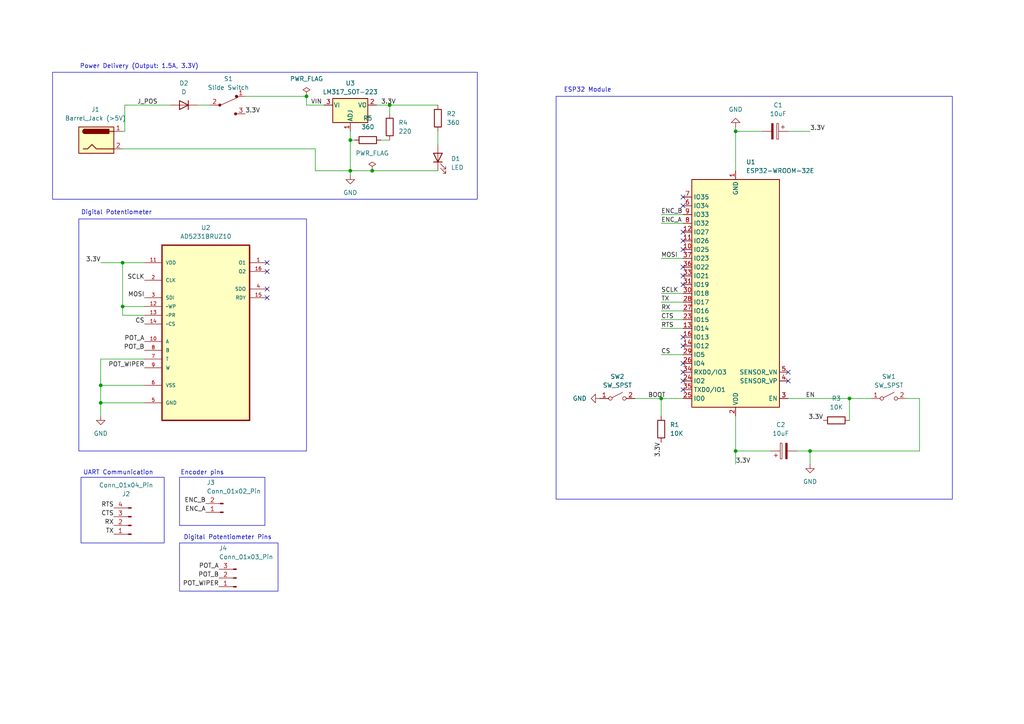
<source format=kicad_sch>
(kicad_sch (version 20231120) (generator "eeschema") (generator_version "8.0")
  (paper "A4")
  (title_block (title "${project_name}") (date "2024-09-23") (rev "1"))
  (lib_symbols
    (symbol "AD5231BRUZ10:AD5231BRUZ10" (pin_names (offset 1.016))
      (property "Reference" "U" (at -4.9022 25.019 0))
      (property "Value" "AD5231BRUZ10" (at -4.9784 -31.0134 0))
      (symbol "AD5231BRUZ10_0_0"
        (rectangle (start -12.7 -27.94) (end 12.7 22.86) (stroke (width 0.4064)) (fill (type background)))
        (pin output line (at 17.78 17.78 180) (length 5.08) (name "O1") (number "1"))
        (pin passive line (at -17.78 -5.08 0) (length 5.08) (name "A") (number "10"))
        (pin power_in line (at -17.78 17.78 0) (length 5.08) (name "VDD") (number "11"))
        (pin input line (at -17.78 5.08 0) (length 5.08) (name "~WP") (number "12"))
        (pin input line (at -17.78 2.54 0) (length 5.08) (name "~PR") (number "13"))
        (pin input line (at -17.78 0 0) (length 5.08) (name "~CS") (number "14"))
        (pin output line (at 17.78 7.62 180) (length 5.08) (name "RDY") (number "15"))
        (pin output line (at 17.78 15.24 180) (length 5.08) (name "O2") (number "16"))
        (pin input line (at -17.78 12.7 0) (length 5.08) (name "CLK") (number "2"))
        (pin input line (at -17.78 7.62 0) (length 5.08) (name "SDI") (number "3"))
        (pin output line (at 17.78 10.16 180) (length 5.08) (name "SDO") (number "4"))
        (pin passive line (at -17.78 -22.86 0) (length 5.08) (name "GND") (number "5"))
        (pin power_in line (at -17.78 -17.78 0) (length 5.08) (name "VSS") (number "6"))
        (pin passive line (at -17.78 -10.16 0) (length 5.08) (name "T") (number "7"))
        (pin passive line (at -17.78 -7.62 0) (length 5.08) (name "B") (number "8"))
        (pin passive line (at -17.78 -12.7 0) (length 5.08) (name "W") (number "9"))
      )
    )
    (symbol "Connector:Barrel_Jack" (pin_names (offset 1.016))
      (property "Reference" "J" (at 0 5.334 0))
      (property "Value" "Barrel_Jack" (at 0 -5.08 0))
      (symbol "Barrel_Jack_0_1"
        (rectangle (start -5.08 3.81) (end 5.08 -3.81) (stroke (width 0.254)) (fill (type background)))
        (arc (start -3.302 3.175) (mid -3.9343 2.54) (end -3.302 1.905) (stroke (width 0.254)))
        (arc (start -3.302 3.175) (mid -3.9343 2.54) (end -3.302 1.905) (stroke (width 0.254)) (fill (type outline)))
        (polyline (pts (xy 5.08 2.54) (xy 3.81 2.54)) (stroke (width 0.254)))
        (polyline (pts (xy -3.81 -2.54) (xy -2.54 -2.54) (xy -1.27 -1.27) (xy 0 -2.54) (xy 2.54 -2.54) (xy 5.08 -2.54)) (stroke (width 0.254)))
        (rectangle (start 3.683 3.175) (end -3.302 1.905) (stroke (width 0.254)) (fill (type outline)))
      )
      (symbol "Barrel_Jack_1_1"
        (pin passive line (at 7.62 2.54 180) (length 2.54) (name "~") (number "1"))
        (pin passive line (at 7.62 -2.54 180) (length 2.54) (name "~") (number "2"))
      )
    )
    (symbol "Connector:Conn_01x02_Pin" (pin_names (offset 1.016) hide)
      (property "Reference" "J" (at 0 2.54 0))
      (property "Value" "Conn_01x02_Pin" (at 0 -5.08 0))
      (symbol "Conn_01x02_Pin_1_1"
        (polyline (pts (xy 1.27 -2.54) (xy 0.8636 -2.54)) (stroke (width 0.1524)))
        (polyline (pts (xy 1.27 0) (xy 0.8636 0)) (stroke (width 0.1524)))
        (rectangle (start 0.8636 -2.413) (end 0 -2.667) (stroke (width 0.1524)) (fill (type outline)))
        (rectangle (start 0.8636 0.127) (end 0 -0.127) (stroke (width 0.1524)) (fill (type outline)))
        (pin passive line (at 5.08 0 180) (length 3.81) (name "Pin_1") (number "1"))
        (pin passive line (at 5.08 -2.54 180) (length 3.81) (name "Pin_2") (number "2"))
      )
    )
    (symbol "Connector:Conn_01x03_Pin" (pin_names (offset 1.016) hide)
      (property "Reference" "J" (at 0 5.08 0))
      (property "Value" "Conn_01x03_Pin" (at 0 -5.08 0))
      (symbol "Conn_01x03_Pin_1_1"
        (polyline (pts (xy 1.27 -2.54) (xy 0.8636 -2.54)) (stroke (width 0.1524)))
        (polyline (pts (xy 1.27 0) (xy 0.8636 0)) (stroke (width 0.1524)))
        (polyline (pts (xy 1.27 2.54) (xy 0.8636 2.54)) (stroke (width 0.1524)))
        (rectangle (start 0.8636 -2.413) (end 0 -2.667) (stroke (width 0.1524)) (fill (type outline)))
        (rectangle (start 0.8636 0.127) (end 0 -0.127) (stroke (width 0.1524)) (fill (type outline)))
        (rectangle (start 0.8636 2.667) (end 0 2.413) (stroke (width 0.1524)) (fill (type outline)))
        (pin passive line (at 5.08 2.54 180) (length 3.81) (name "Pin_1") (number "1"))
        (pin passive line (at 5.08 0 180) (length 3.81) (name "Pin_2") (number "2"))
        (pin passive line (at 5.08 -2.54 180) (length 3.81) (name "Pin_3") (number "3"))
      )
    )
    (symbol "Connector:Conn_01x04_Pin" (pin_names (offset 1.016) hide)
      (property "Reference" "J" (at 0 5.08 0))
      (property "Value" "Conn_01x04_Pin" (at 0 -7.62 0))
      (symbol "Conn_01x04_Pin_1_1"
        (polyline (pts (xy 1.27 -5.08) (xy 0.8636 -5.08)) (stroke (width 0.1524)))
        (polyline (pts (xy 1.27 -2.54) (xy 0.8636 -2.54)) (stroke (width 0.1524)))
        (polyline (pts (xy 1.27 0) (xy 0.8636 0)) (stroke (width 0.1524)))
        (polyline (pts (xy 1.27 2.54) (xy 0.8636 2.54)) (stroke (width 0.1524)))
        (rectangle (start 0.8636 -4.953) (end 0 -5.207) (stroke (width 0.1524)) (fill (type outline)))
        (rectangle (start 0.8636 -2.413) (end 0 -2.667) (stroke (width 0.1524)) (fill (type outline)))
        (rectangle (start 0.8636 0.127) (end 0 -0.127) (stroke (width 0.1524)) (fill (type outline)))
        (rectangle (start 0.8636 2.667) (end 0 2.413) (stroke (width 0.1524)) (fill (type outline)))
        (pin passive line (at 5.08 2.54 180) (length 3.81) (name "Pin_1") (number "1"))
        (pin passive line (at 5.08 0 180) (length 3.81) (name "Pin_2") (number "2"))
        (pin passive line (at 5.08 -2.54 180) (length 3.81) (name "Pin_3") (number "3"))
        (pin passive line (at 5.08 -5.08 180) (length 3.81) (name "Pin_4") (number "4"))
      )
    )
    (symbol "Device:C_Polarized" (pin_numbers hide) (pin_names (offset 0.254))
      (property "Reference" "C" (at 0.635 2.54 0))
      (property "Value" "C_Polarized" (at 0.635 -2.54 0))
      (symbol "C_Polarized_0_1"
        (rectangle (start -2.286 0.508) (end 2.286 1.016))
        (polyline (pts (xy -1.778 2.286) (xy -0.762 2.286)))
        (polyline (pts (xy -1.27 2.794) (xy -1.27 1.778)))
        (rectangle (start 2.286 -0.508) (end -2.286 -1.016) (fill (type outline)))
      )
      (symbol "C_Polarized_1_1"
        (pin passive line (at 0 3.81 270) (length 2.794) (name "~") (number "1"))
        (pin passive line (at 0 -3.81 90) (length 2.794) (name "~") (number "2"))
      )
    )
    (symbol "Device:D" (pin_numbers hide) (pin_names (offset 1.016) hide)
      (property "Reference" "D" (at 0 2.54 0))
      (property "Value" "D" (at 0 -2.54 0))
      (symbol "D_0_1"
        (polyline (pts (xy -1.27 1.27) (xy -1.27 -1.27)) (stroke (width 0.254)))
        (polyline (pts (xy 1.27 0) (xy -1.27 0)))
        (polyline (pts (xy 1.27 1.27) (xy 1.27 -1.27) (xy -1.27 0) (xy 1.27 1.27)) (stroke (width 0.254)))
      )
      (symbol "D_1_1"
        (pin passive line (at -3.81 0 0) (length 2.54) (name "K") (number "1"))
        (pin passive line (at 3.81 0 180) (length 2.54) (name "A") (number "2"))
      )
    )
    (symbol "Device:LED" (pin_numbers hide) (pin_names (offset 1.016) hide)
      (property "Reference" "D" (at 0 2.54 0))
      (property "Value" "LED" (at 0 -2.54 0))
      (symbol "LED_0_1"
        (polyline (pts (xy -1.27 -1.27) (xy -1.27 1.27)) (stroke (width 0.254)))
        (polyline (pts (xy -1.27 0) (xy 1.27 0)))
        (polyline (pts (xy 1.27 -1.27) (xy 1.27 1.27) (xy -1.27 0) (xy 1.27 -1.27)) (stroke (width 0.254)))
        (polyline (pts (xy -3.048 -0.762) (xy -4.572 -2.286) (xy -3.81 -2.286) (xy -4.572 -2.286) (xy -4.572 -1.524)))
        (polyline (pts (xy -1.778 -0.762) (xy -3.302 -2.286) (xy -2.54 -2.286) (xy -3.302 -2.286) (xy -3.302 -1.524)))
      )
      (symbol "LED_1_1"
        (pin passive line (at -3.81 0 0) (length 2.54) (name "K") (number "1"))
        (pin passive line (at 3.81 0 180) (length 2.54) (name "A") (number "2"))
      )
    )
    (symbol "Device:R" (pin_numbers hide) (pin_names (offset 0))
      (property "Reference" "R" (at 2.032 0 90))
      (property "Value" "R" (at 0 0 90))
      (symbol "R_0_1"
        (rectangle (start -1.016 -2.54) (end 1.016 2.54) (stroke (width 0.254)))
      )
      (symbol "R_1_1"
        (pin passive line (at 0 3.81 270) (length 1.27) (name "~") (number "1"))
        (pin passive line (at 0 -3.81 90) (length 1.27) (name "~") (number "2"))
      )
    )
    (symbol "RF_Module:ESP32-WROOM-32E"
      (property "Reference" "U" (at -12.7 34.29 0))
      (property "Value" "ESP32-WROOM-32E" (at 1.27 34.29 0))
      (symbol "ESP32-WROOM-32E_0_1"
        (rectangle (start -12.7 33.02) (end 12.7 -33.02) (stroke (width 0.254)) (fill (type background)))
      )
      (symbol "ESP32-WROOM-32E_1_1"
        (pin power_in line (at 0 -35.56 90) (length 2.54) (name "GND") (number "1"))
        (pin bidirectional line (at 15.24 -12.7 180) (length 2.54) (name "IO25") (number "10"))
        (pin bidirectional line (at 15.24 -15.24 180) (length 2.54) (name "IO26") (number "11"))
        (pin bidirectional line (at 15.24 -17.78 180) (length 2.54) (name "IO27") (number "12"))
        (pin bidirectional line (at 15.24 10.16 180) (length 2.54) (name "IO14") (number "13"))
        (pin bidirectional line (at 15.24 15.24 180) (length 2.54) (name "IO12") (number "14"))
        (pin passive line (at 0 -35.56 90) (length 2.54) hide (name "GND") (number "15"))
        (pin bidirectional line (at 15.24 12.7 180) (length 2.54) (name "IO13") (number "16"))
        (pin no_connect line (at -12.7 -5.08 0) (length 2.54) hide (name "NC") (number "17"))
        (pin no_connect line (at -12.7 -7.62 0) (length 2.54) hide (name "NC") (number "18"))
        (pin no_connect line (at -12.7 -12.7 0) (length 2.54) hide (name "NC") (number "19"))
        (pin power_in line (at 0 35.56 270) (length 2.54) (name "VDD") (number "2"))
        (pin no_connect line (at -12.7 -10.16 0) (length 2.54) hide (name "NC") (number "20"))
        (pin no_connect line (at -12.7 0 0) (length 2.54) hide (name "NC") (number "21"))
        (pin no_connect line (at -12.7 -2.54 0) (length 2.54) hide (name "NC") (number "22"))
        (pin bidirectional line (at 15.24 7.62 180) (length 2.54) (name "IO15") (number "23"))
        (pin bidirectional line (at 15.24 25.4 180) (length 2.54) (name "IO2") (number "24"))
        (pin bidirectional line (at 15.24 30.48 180) (length 2.54) (name "IO0") (number "25"))
        (pin bidirectional line (at 15.24 20.32 180) (length 2.54) (name "IO4") (number "26"))
        (pin bidirectional line (at 15.24 5.08 180) (length 2.54) (name "IO16") (number "27"))
        (pin bidirectional line (at 15.24 2.54 180) (length 2.54) (name "IO17") (number "28"))
        (pin bidirectional line (at 15.24 17.78 180) (length 2.54) (name "IO5") (number "29"))
        (pin input line (at -15.24 30.48 0) (length 2.54) (name "EN") (number "3"))
        (pin bidirectional line (at 15.24 0 180) (length 2.54) (name "IO18") (number "30"))
        (pin bidirectional line (at 15.24 -2.54 180) (length 2.54) (name "IO19") (number "31"))
        (pin no_connect line (at -12.7 -27.94 0) (length 2.54) hide (name "NC") (number "32"))
        (pin bidirectional line (at 15.24 -5.08 180) (length 2.54) (name "IO21") (number "33"))
        (pin bidirectional line (at 15.24 22.86 180) (length 2.54) (name "RXD0/IO3") (number "34"))
        (pin bidirectional line (at 15.24 27.94 180) (length 2.54) (name "TXD0/IO1") (number "35"))
        (pin bidirectional line (at 15.24 -7.62 180) (length 2.54) (name "IO22") (number "36"))
        (pin bidirectional line (at 15.24 -10.16 180) (length 2.54) (name "IO23") (number "37"))
        (pin passive line (at 0 -35.56 90) (length 2.54) hide (name "GND") (number "38"))
        (pin passive line (at 0 -35.56 90) (length 2.54) hide (name "GND") (number "39"))
        (pin input line (at -15.24 25.4 0) (length 2.54) (name "SENSOR_VP") (number "4"))
        (pin input line (at -15.24 22.86 0) (length 2.54) (name "SENSOR_VN") (number "5"))
        (pin input line (at 15.24 -25.4 180) (length 2.54) (name "IO34") (number "6"))
        (pin input line (at 15.24 -27.94 180) (length 2.54) (name "IO35") (number "7"))
        (pin bidirectional line (at 15.24 -20.32 180) (length 2.54) (name "IO32") (number "8"))
        (pin bidirectional line (at 15.24 -22.86 180) (length 2.54) (name "IO33") (number "9"))
      )
    )
    (symbol "Regulator_Linear:LM317_SOT-223" (pin_names (offset 0.254))
      (property "Reference" "U" (at -3.81 3.175 0))
      (property "Value" "LM317_SOT-223" (at 0 3.175 0))
      (symbol "LM317_SOT-223_0_1"
        (rectangle (start -5.08 1.905) (end 5.08 -5.08) (stroke (width 0.254)) (fill (type background)))
      )
      (symbol "LM317_SOT-223_1_1"
        (pin input line (at 0 -7.62 90) (length 2.54) (name "ADJ") (number "1"))
        (pin power_out line (at 7.62 0 180) (length 2.54) (name "VO") (number "2"))
        (pin power_in line (at -7.62 0 0) (length 2.54) (name "VI") (number "3"))
      )
    )
    (symbol "Switch:SW_SPST" (pin_names (offset 0) hide)
      (property "Reference" "SW" (at 0 3.175 0))
      (property "Value" "SW_SPST" (at 0 -2.54 0))
      (symbol "SW_SPST_0_0"
        (circle (center -2.032 0) (radius 0.508))
        (polyline (pts (xy -1.524 0.254) (xy 1.524 1.778)))
        (circle (center 2.032 0) (radius 0.508))
      )
      (symbol "SW_SPST_1_1"
        (pin passive line (at -5.08 0 0) (length 2.54) (name "A") (number "1"))
        (pin passive line (at 5.08 0 180) (length 2.54) (name "B") (number "2"))
      )
    )
    (symbol "dk_Slide-Switches:EG1218" (pin_names (offset 0))
      (property "Reference" "S" (at -3.81 2.286 0))
      (property "Value" "EG1218" (at 0 -5.334 0))
      (symbol "EG1218_0_1"
        (circle (center -2.286 0) (radius 0.3556) (fill (type outline)))
        (polyline (pts (xy -2.032 0) (xy 3.048 2.286)))
        (circle (center 2.286 -2.54) (radius 0.3556) (fill (type outline)))
        (circle (center 2.54 2.54) (radius 0.3556) (fill (type outline)))
      )
      (symbol "EG1218_1_1"
        (pin passive line (at 5.08 2.54 180) (length 2.54) (name "~") (number "1"))
        (pin passive line (at -5.08 0 0) (length 2.54) (name "~") (number "2"))
        (pin passive line (at 5.08 -2.54 180) (length 2.54) (name "~") (number "3"))
      )
    )
    (symbol "power:GND" (power) (pin_numbers hide) (pin_names (offset 0) hide)
      (property "Value" "GND" (at 0 -3.81 0))
      (symbol "GND_0_1"
        (polyline (pts (xy 0 0) (xy 0 -1.27) (xy 1.27 -1.27) (xy 0 -2.54) (xy -1.27 -1.27) (xy 0 -1.27)))
      )
      (symbol "GND_1_1"
        (pin power_in line (at 0 0 270) (length 0) (name "~") (number "1"))
      )
    )
    (symbol "power:PWR_FLAG" (power) (pin_numbers hide) (pin_names (offset 0) hide)
      (property "Value" "PWR_FLAG" (at 0 3.81 0))
      (symbol "PWR_FLAG_0_0"
        (pin power_out line (at 0 0 90) (length 0) (name "~") (number "1"))
      )
      (symbol "PWR_FLAG_0_1"
        (polyline (pts (xy 0 0) (xy 0 1.27) (xy -1.016 1.905) (xy 0 2.54) (xy 1.016 1.905) (xy 0 1.27)))
      )
    )
  )
  (junction (at 101.6 40.64))
  (junction (at 234.95 130.81))
  (junction (at 213.36 130.81))
  (junction (at 191.77 115.57))
  (junction (at 35.56 88.9))
  (junction (at 213.36 38.1))
  (junction (at 29.21 111.76))
  (junction (at 88.9 27.94))
  (junction (at 113.03 30.48))
  (junction (at 246.38 115.57))
  (junction (at 35.56 76.2))
  (junction (at 107.95 49.53))
  (junction (at 101.6 49.53))
  (junction (at 29.21 116.84))
  (no_connect (at 198.12 67.31))
  (no_connect (at 198.12 100.33))
  (no_connect (at 198.12 113.03))
  (no_connect (at 198.12 57.15))
  (no_connect (at 198.12 110.49))
  (no_connect (at 198.12 80.01))
  (no_connect (at 77.47 78.74))
  (no_connect (at 77.47 83.82))
  (no_connect (at 198.12 107.95))
  (no_connect (at 198.12 105.41))
  (no_connect (at 198.12 97.79))
  (no_connect (at 228.6 107.95))
  (no_connect (at 77.47 76.2))
  (no_connect (at 198.12 72.39))
  (no_connect (at 228.6 110.49))
  (no_connect (at 198.12 82.55))
  (no_connect (at 77.47 86.36))
  (no_connect (at 198.12 69.85))
  (no_connect (at 198.12 59.69))
  (no_connect (at 198.12 77.47))
  (wire (pts (xy 91.44 43.18) (xy 91.44 49.53)))
  (wire (pts (xy 198.12 115.57) (xy 191.77 115.57)))
  (wire (pts (xy 228.6 38.1) (xy 234.95 38.1)))
  (wire (pts (xy 191.77 85.09) (xy 198.12 85.09)))
  (wire (pts (xy 246.38 115.57) (xy 246.38 121.92)))
  (wire (pts (xy 71.12 27.94) (xy 88.9 27.94)))
  (wire (pts (xy 191.77 95.25) (xy 198.12 95.25)))
  (wire (pts (xy 266.7 130.81) (xy 234.95 130.81)))
  (wire (pts (xy 184.15 115.57) (xy 191.77 115.57)))
  (wire (pts (xy 113.03 30.48) (xy 127 30.48)))
  (wire (pts (xy 109.22 30.48) (xy 113.03 30.48)))
  (wire (pts (xy 191.77 87.63) (xy 198.12 87.63)))
  (wire (pts (xy 35.56 38.1) (xy 36.195 38.1)))
  (wire (pts (xy 29.21 111.76) (xy 41.91 111.76)))
  (wire (pts (xy 91.44 49.53) (xy 101.6 49.53)))
  (wire (pts (xy 57.15 30.48) (xy 60.96 30.48)))
  (wire (pts (xy 266.7 115.57) (xy 266.7 130.81)))
  (wire (pts (xy 101.6 50.8) (xy 101.6 49.53)))
  (wire (pts (xy 35.56 91.44) (xy 35.56 88.9)))
  (wire (pts (xy 213.36 130.81) (xy 213.36 134.62)))
  (wire (pts (xy 101.6 38.1) (xy 101.6 40.64)))
  (wire (pts (xy 191.77 64.77) (xy 198.12 64.77)))
  (wire (pts (xy 113.03 33.02) (xy 113.03 30.48)))
  (wire (pts (xy 29.21 116.84) (xy 41.91 116.84)))
  (wire (pts (xy 41.91 88.9) (xy 35.56 88.9)))
  (wire (pts (xy 36.195 38.1) (xy 36.195 30.48)))
  (wire (pts (xy 41.91 104.14) (xy 29.21 104.14)))
  (wire (pts (xy 101.6 49.53) (xy 107.95 49.53)))
  (wire (pts (xy 213.36 38.1) (xy 220.98 38.1)))
  (wire (pts (xy 36.195 30.48) (xy 49.53 30.48)))
  (wire (pts (xy 213.36 38.1) (xy 213.36 49.53)))
  (wire (pts (xy 191.77 115.57) (xy 191.77 120.65)))
  (wire (pts (xy 213.36 120.65) (xy 213.36 130.81)))
  (wire (pts (xy 107.95 49.53) (xy 127 49.53)))
  (wire (pts (xy 101.6 40.64) (xy 101.6 49.53)))
  (wire (pts (xy 35.56 88.9) (xy 35.56 76.2)))
  (wire (pts (xy 35.56 43.18) (xy 91.44 43.18)))
  (wire (pts (xy 41.91 91.44) (xy 35.56 91.44)))
  (wire (pts (xy 88.9 30.48) (xy 93.98 30.48)))
  (wire (pts (xy 88.9 27.94) (xy 88.9 30.48)))
  (wire (pts (xy 262.89 115.57) (xy 266.7 115.57)))
  (wire (pts (xy 246.38 115.57) (xy 252.73 115.57)))
  (wire (pts (xy 29.21 104.14) (xy 29.21 111.76)))
  (wire (pts (xy 29.21 76.2) (xy 35.56 76.2)))
  (wire (pts (xy 213.36 36.83) (xy 213.36 38.1)))
  (wire (pts (xy 191.77 90.17) (xy 198.12 90.17)))
  (wire (pts (xy 228.6 115.57) (xy 246.38 115.57)))
  (wire (pts (xy 110.49 40.64) (xy 113.03 40.64)))
  (wire (pts (xy 191.77 92.71) (xy 198.12 92.71)))
  (wire (pts (xy 191.77 62.23) (xy 198.12 62.23)))
  (wire (pts (xy 191.77 102.87) (xy 198.12 102.87)))
  (wire (pts (xy 127 41.91) (xy 127 38.1)))
  (wire (pts (xy 29.21 116.84) (xy 29.21 120.65)))
  (wire (pts (xy 101.6 40.64) (xy 102.87 40.64)))
  (wire (pts (xy 231.14 130.81) (xy 234.95 130.81)))
  (wire (pts (xy 213.36 130.81) (xy 223.52 130.81)))
  (wire (pts (xy 35.56 76.2) (xy 41.91 76.2)))
  (wire (pts (xy 234.95 130.81) (xy 234.95 134.62)))
  (wire (pts (xy 29.21 111.76) (xy 29.21 116.84)))
  (wire (pts (xy 191.77 74.93) (xy 198.12 74.93)))
  (rectangle (start 52.07 157.48) (end 80.645 171.45))
  (rectangle (start 23.495 138.43) (end 47.625 157.48))
  (rectangle (start 161.29 27.94) (end 276.225 144.78))
  (rectangle (start 15.24 20.955) (end 138.43 57.785))
  (rectangle (start 52.07 138.43) (end 76.835 152.4))
  (rectangle (start 22.86 63.5) (end 88.9 130.81))
  (text "ESP32 Module" (at 170.434 26.162 0) (effects (font (size 1.27 1.27))))
  (text "Digital Potentiometer" (at 33.782 61.722 0) (effects (font (size 1.27 1.27))))
  (text "Power Delivery (Output: 1.5A, 3.3V)" (at 40.386 19.304 0) (effects (font (size 1.27 1.27))))
  (text "UART Communication" (at 34.29 137.16 0) (effects (font (size 1.27 1.27))))
  (text "Encoder pins" (at 58.674 137.16 0) (effects (font (size 1.27 1.27))))
  (text "Digital Potentiometer Pins" (at 66.04 155.956 0) (effects (font (size 1.27 1.27))))
  (label "RTS" (at 191.77 95.25 0))
  (label "J_POS" (at 45.72 30.48 180))
  (label "RTS" (at 33.02 147.32 180))
  (label "EN" (at 233.68 115.57 0))
  (label "ENC_B" (at 191.77 62.23 0))
  (label "CTS" (at 191.77 92.71 0))
  (label "TX" (at 33.02 154.94 180))
  (label "3.3V" (at 234.95 38.1 0))
  (label "3.3V" (at 71.12 33.02 0))
  (label "POT_WIPER" (at 41.91 106.68 180))
  (label "VIN" (at 90.17 30.48 0))
  (label "RX" (at 191.77 90.17 0))
  (label "3.3V" (at 110.49 30.48 0))
  (label "POT_WIPER" (at 63.5 170.18 180))
  (label "POT_B" (at 41.91 101.6 180))
  (label "POT_A" (at 41.91 99.06 180))
  (label "ENC_A" (at 191.77 64.77 0))
  (label "ENC_B" (at 59.69 146.05 180))
  (label "POT_A" (at 63.5 165.1 180))
  (label "MOSI" (at 191.77 74.93 0))
  (label "SCLK" (at 41.91 81.28 180))
  (label "ENC_A" (at 59.69 148.59 180))
  (label "TX" (at 191.77 87.63 0))
  (label "SCLK" (at 191.77 85.09 0))
  (label "CS" (at 41.91 93.98 180))
  (label "3.3V" (at 238.76 121.92 180))
  (label "CTS" (at 33.02 149.86 180))
  (label "3.3V" (at 213.36 134.62 0))
  (label "RX" (at 33.02 152.4 180))
  (label "MOSI" (at 41.91 86.36 180))
  (label "3.3V" (at 191.77 128.27 270))
  (label "POT_B" (at 63.5 167.64 180))
  (label "CS" (at 191.77 102.87 0))
  (label "BOOT" (at 187.96 115.57 0))
  (label "3.3V" (at 29.21 76.2 180))
  (symbol (lib_id "power:GND") (at 173.99 115.57 270) (unit 1)
    (property "Reference" "#PWR03" (effects (hide yes)))
    (property "Value" "GND" (at 170.18 115.5699 90) (effects (justify right)))
    (property "Description" "Power symbol creates a global label with name \"GND\" , ground" (effects (hide yes)))
  )
  (symbol (lib_id "RF_Module:ESP32-WROOM-32E") (at 213.36 85.09 180) (unit 1)
    (property "Reference" "U1" (at 216.3765 46.99 0) (effects (justify right)))
    (property "Value" "ESP32-WROOM-32E" (at 216.3765 49.53 0) (effects (justify right)))
    (property "Footprint" "RF_Module:ESP32-WROOM-32D" (effects (hide yes)))
    (property "Datasheet" "https://www.espressif.com/sites/default/files/documentation/esp32-wroom-32e_esp32-wroom-32ue_datasheet_en.pdf" (effects (hide yes)))
    (property "Description" "RF Module, ESP32-D0WD-V3 SoC, without PSRAM, Wi-Fi 802.11b/g/n, Bluetooth, BLE, 32-bit, 2.7-3.6V, onboard antenna, SMD" (effects (hide yes)))
  )
  (symbol (lib_id "Device:R") (at 113.03 36.83 0) (unit 1)
    (property "Reference" "R4" (at 115.57 35.5599 0) (effects (justify left)))
    (property "Value" "220" (at 115.57 38.0999 0) (effects (justify left)))
    (property "Footprint" "Resistor_SMD:R_0805_2012Metric_Pad1.20x1.40mm_HandSolder" (effects (hide yes)))
    (property "Description" "Resistor" (effects (hide yes)))
  )
  (symbol (lib_id "dk_Slide-Switches:EG1218") (at 66.04 30.48 0) (unit 1)
    (property "Reference" "S1" (at 66.2432 22.86 0))
    (property "Value" "Slide Switch" (at 66.2432 25.4 0))
    (property "Footprint" "digikey-footprints:Switch_Slide_11.6x4mm_EG1218" (effects (hide yes)))
    (property "Datasheet" "http://spec_sheets.e-switch.com/specs/P040040.pdf" (effects (hide yes)))
    (property "Description" "SWITCH SLIDE SPDT 200MA 30V" (effects (hide yes)))
    (property "Digi-Key_PN" "EG1903-ND" (effects (hide yes)))
    (property "MPN" "EG1218" (effects (hide yes)))
    (property "Category" "Switches" (effects (hide yes)))
    (property "Family" "Slide Switches" (effects (hide yes)))
    (property "DK_Datasheet_Link" "http://spec_sheets.e-switch.com/specs/P040040.pdf" (effects (hide yes)))
    (property "DK_Detail_Page" "/product-detail/en/e-switch/EG1218/EG1903-ND/101726" (effects (hide yes)))
    (property "Description_1" "SWITCH SLIDE SPDT 200MA 30V" (effects (hide yes)))
    (property "Manufacturer" "E-Switch" (effects (hide yes)))
    (property "Status" "Active" (effects (hide yes)))
  )
  (symbol (lib_id "power:GND") (at 213.36 36.83 180) (unit 1)
    (property "Reference" "#PWR02" (effects (hide yes)))
    (property "Value" "GND" (at 213.36 31.75 0))
    (property "Description" "Power symbol creates a global label with name \"GND\" , ground" (effects (hide yes)))
  )
  (symbol (lib_id "Switch:SW_SPST") (at 257.81 115.57 0) (unit 1)
    (property "Reference" "SW1" (at 257.81 109.22 0))
    (property "Value" "SW_SPST" (at 257.81 111.76 0))
    (property "Footprint" "Button_Switch_SMD:SW_SPST_PTS645" (effects (hide yes)))
    (property "Description" "Single Pole Single Throw (SPST) switch" (effects (hide yes)))
  )
  (symbol (lib_id "Switch:SW_SPST") (at 179.07 115.57 0) (unit 1)
    (property "Reference" "SW2" (at 179.07 109.22 0))
    (property "Value" "SW_SPST" (at 179.07 111.76 0))
    (property "Footprint" "Button_Switch_SMD:SW_SPST_PTS645" (effects (hide yes)))
    (property "Description" "Single Pole Single Throw (SPST) switch" (effects (hide yes)))
  )
  (symbol (lib_id "Device:R") (at 242.57 121.92 90) (unit 1)
    (property "Reference" "R3" (at 242.57 115.57 90))
    (property "Value" "10K" (at 242.57 118.11 90))
    (property "Footprint" "Resistor_SMD:R_0805_2012Metric_Pad1.20x1.40mm_HandSolder" (effects (hide yes)))
    (property "Description" "Resistor" (effects (hide yes)))
  )
  (symbol (lib_id "Device:R") (at 127 34.29 0) (unit 1)
    (property "Reference" "R2" (at 129.54 33.0199 0) (effects (justify left)))
    (property "Value" "360" (at 129.54 35.5599 0) (effects (justify left)))
    (property "Footprint" "Resistor_SMD:R_0805_2012Metric_Pad1.20x1.40mm_HandSolder" (effects (hide yes)))
    (property "Description" "Resistor" (effects (hide yes)))
  )
  (symbol (lib_id "Connector:Conn_01x02_Pin") (at 64.77 148.59 180) (unit 1)
    (property "Reference" "J3" (at 59.944 139.954 0) (effects (justify right)))
    (property "Value" "Conn_01x02_Pin" (at 59.944 142.494 0) (effects (justify right)))
    (property "Footprint" "Connector_PinHeader_2.54mm:PinHeader_1x02_P2.54mm_Vertical" (effects (hide yes)))
    (property "Description" "Generic connector, single row, 01x02, script generated" (effects (hide yes)))
  )
  (symbol (lib_id "Device:R") (at 191.77 124.46 0) (unit 1)
    (property "Reference" "R1" (at 194.31 123.1899 0) (effects (justify left)))
    (property "Value" "10K" (at 194.31 125.7299 0) (effects (justify left)))
    (property "Footprint" "Resistor_SMD:R_0805_2012Metric_Pad1.20x1.40mm_HandSolder" (effects (hide yes)))
    (property "Description" "Resistor" (effects (hide yes)))
  )
  (symbol (lib_id "power:GND") (at 234.95 134.62 0) (unit 1)
    (property "Reference" "#PWR04" (effects (hide yes)))
    (property "Value" "GND" (at 234.95 139.7 0))
    (property "Description" "Power symbol creates a global label with name \"GND\" , ground" (effects (hide yes)))
  )
  (symbol (lib_id "power:PWR_FLAG") (at 88.9 27.94 0) (unit 1)
    (property "Reference" "#FLG02" (effects (hide yes)))
    (property "Value" "PWR_FLAG" (at 88.9 22.86 0))
    (property "Description" "Special symbol for telling ERC where power comes from" (effects (hide yes)))
  )
  (symbol (lib_id "Regulator_Linear:LM317_SOT-223") (at 101.6 30.48 0) (unit 1)
    (property "Reference" "U3" (at 101.6 24.13 0))
    (property "Value" "LM317_SOT-223" (at 101.6 26.67 0))
    (property "Footprint" "Package_TO_SOT_SMD:SOT-223-3_TabPin2" (effects (hide yes)))
    (property "Datasheet" "http://www.ti.com/lit/ds/symlink/lm317.pdf" (effects (hide yes)))
    (property "Description" "1.5A 35V Adjustable Linear Regulator, SOT-223" (effects (hide yes)))
  )
  (symbol (lib_id "Device:R") (at 106.68 40.64 90) (unit 1)
    (property "Reference" "R5" (at 106.68 34.29 90))
    (property "Value" "360" (at 106.68 36.83 90))
    (property "Footprint" "Resistor_SMD:R_0805_2012Metric_Pad1.20x1.40mm_HandSolder" (effects (hide yes)))
    (property "Description" "Resistor" (effects (hide yes)))
  )
  (symbol (lib_id "power:PWR_FLAG") (at 107.95 49.53 0) (unit 1)
    (property "Reference" "#FLG01" (effects (hide yes)))
    (property "Value" "PWR_FLAG" (at 107.95 44.45 0))
    (property "Description" "Special symbol for telling ERC where power comes from" (effects (hide yes)))
  )
  (symbol (lib_id "Device:C_Polarized") (at 227.33 130.81 90) (unit 1)
    (property "Reference" "C2" (at 226.441 123.19 90))
    (property "Value" "10uF" (at 226.441 125.73 90))
    (property "Footprint" "Capacitor_SMD:CP_Elec_5x5.3" (effects (hide yes)))
    (property "Description" "Polarized capacitor" (effects (hide yes)))
  )
  (symbol (lib_id "Device:LED") (at 127 45.72 90) (unit 1)
    (property "Reference" "D1" (at 130.81 46.0374 90) (effects (justify right)))
    (property "Value" "LED" (at 130.81 48.5774 90) (effects (justify right)))
    (property "Footprint" "LED_SMD:LED_0603_1608Metric_Pad1.05x0.95mm_HandSolder" (effects (hide yes)))
    (property "Description" "Light emitting diode" (effects (hide yes)))
  )
  (symbol (lib_id "Connector:Conn_01x03_Pin") (at 68.58 167.64 180) (unit 1)
    (property "Reference" "J4" (at 63.5 159.004 0) (effects (justify right)))
    (property "Value" "Conn_01x03_Pin" (at 63.5 161.544 0) (effects (justify right)))
    (property "Footprint" "Connector_PinHeader_2.54mm:PinHeader_1x03_P2.54mm_Vertical" (effects (hide yes)))
    (property "Description" "Generic connector, single row, 01x03, script generated" (effects (hide yes)))
  )
  (symbol (lib_id "power:GND") (at 101.6 50.8 0) (unit 1)
    (property "Reference" "#PWR01" (effects (hide yes)))
    (property "Value" "GND" (at 101.6 55.88 0))
    (property "Description" "Power symbol creates a global label with name \"GND\" , ground" (effects (hide yes)))
  )
  (symbol (lib_id "Connector:Barrel_Jack") (at 27.94 40.64 0) (unit 1)
    (property "Reference" "J1" (at 27.686 31.75 0))
    (property "Value" "Barrel_Jack (>5V)" (at 27.686 34.29 0))
    (property "Footprint" "Connector_BarrelJack:BarrelJack_CLIFF_FC681465S_SMT_Horizontal" (effects (hide yes)))
    (property "Description" "DC Barrel Jack" (effects (hide yes)))
  )
  (symbol (lib_id "Device:C_Polarized") (at 224.79 38.1 270) (unit 1)
    (property "Reference" "C1" (at 225.679 30.48 90))
    (property "Value" "10uF" (at 225.679 33.02 90))
    (property "Footprint" "Capacitor_SMD:CP_Elec_5x5.3" (effects (hide yes)))
    (property "Description" "Polarized capacitor" (effects (hide yes)))
  )
  (symbol (lib_id "AD5231BRUZ10:AD5231BRUZ10") (at 59.69 93.98 0) (unit 1)
    (property "Reference" "U2" (at 59.69 66.04 0))
    (property "Value" "AD5231BRUZ10" (at 59.69 68.58 0))
    (property "Footprint" "AD5231BRUZ10:SOP65P640X120-16N" (effects (hide yes)))
    (property "MF" "Analog Devices" (effects (hide yes)))
    (property "Description_1" "\nNonvolatile Memory, 1024-Position Digital Potentiometer\n" (effects (hide yes)))
    (property "PACKAGE" "TSSOP-16" (effects (hide yes)))
    (property "MPN" "AD5231BRUZ10" (effects (hide yes)))
    (property "Price" "None" (effects (hide yes)))
    (property "Package" "TSSOP-16 Analog Devices" (effects (hide yes)))
    (property "OC_FARNELL" "1661080" (effects (hide yes)))
    (property "SnapEDA_Link" "https://www.snapeda.com/parts/AD5231BRUZ10/Analog+Devices/view-part/?ref=snap" (effects (hide yes)))
    (property "MP" "AD5231BRUZ10" (effects (hide yes)))
    (property "Purchase-URL" "https://www.snapeda.com/api/url_track_click_mouser/?unipart_id=277812&manufacturer=Analog Devices&part_name=AD5231BRUZ10&search_term=ad5231bruz10" (effects (hide yes)))
    (property "SUPPLIER" "Analog Devices" (effects (hide yes)))
    (property "OC_NEWARK" "59K3681" (effects (hide yes)))
    (property "Availability" "In Stock" (effects (hide yes)))
    (property "Check_prices" "https://www.snapeda.com/parts/AD5231BRUZ10/Analog+Devices/view-part/?ref=eda" (effects (hide yes)))
  )
  (symbol (lib_id "Connector:Conn_01x04_Pin") (at 38.1 152.4 180) (unit 1)
    (property "Reference" "J2" (at 36.576 143.256 0))
    (property "Value" "Conn_01x04_Pin" (at 36.576 140.716 0))
    (property "Footprint" "Connector_PinHeader_2.54mm:PinHeader_1x04_P2.54mm_Vertical" (effects (hide yes)))
    (property "Description" "Generic connector, single row, 01x04, script generated" (effects (hide yes)))
  )
  (symbol (lib_id "Device:D") (at 53.34 30.48 180) (unit 1)
    (property "Reference" "D2" (at 53.34 24.13 0))
    (property "Value" "D" (at 53.34 26.67 0))
    (property "Footprint" "Custom:SK55-DO214AA" (effects (hide yes)))
    (property "Description" "Diode" (effects (hide yes)))
    (property "Sim.Device" "D" (effects (hide yes)))
    (property "Sim.Pins" "1=K 2=A" (effects (hide yes)))
  )
  (symbol (lib_id "power:GND") (at 29.21 120.65 0) (unit 1)
    (property "Reference" "#PWR05" (effects (hide yes)))
    (property "Value" "GND" (at 29.21 125.73 0))
    (property "Description" "Power symbol creates a global label with name \"GND\" , ground" (effects (hide yes)))
  )
)
</source>
